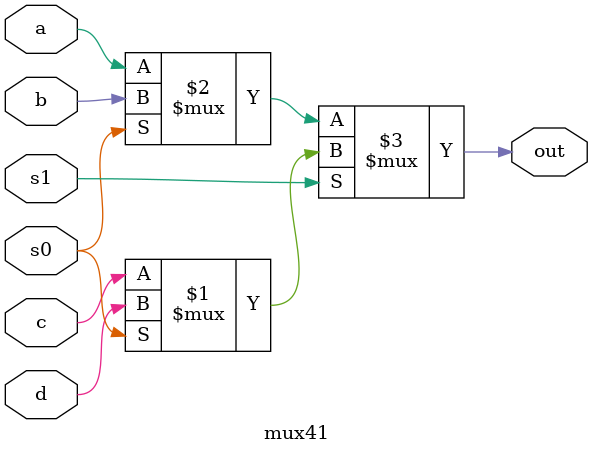
<source format=v>
`timescale 1ns / 1ps


module mux41(input a, input b, input c, input d, input s0, s1, output out);

assign out = s1 ? (s0 ? d : c) : (s0 ? b : a); 

endmodule

</source>
